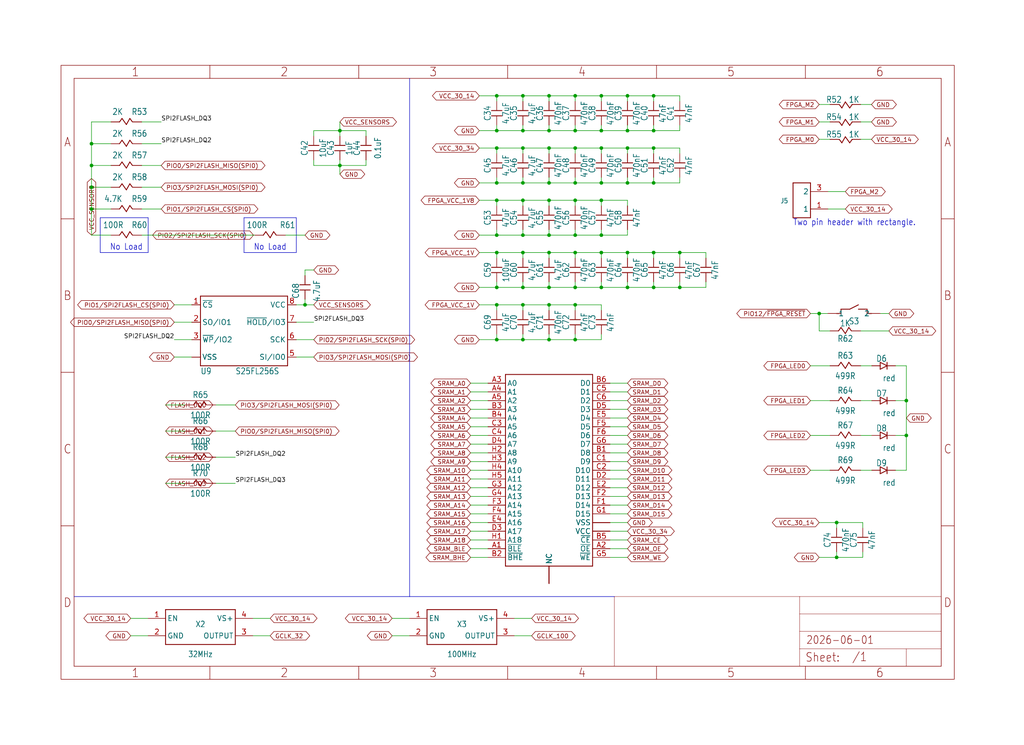
<source format=kicad_sch>
(kicad_sch (version 20250114) (generator "eeschema") (generator_version "9.0")
  (paper "User" 298.45 217.322)
  (text "No Load" (at 78.74 71.12 0) (effects (font (size 1.778 1.5113)) (justify top)))
  (text "Two pin header with rectangle." (at 231.14 66.04 0) (effects (font (size 1.778 1.5113)) (justify left bottom)))
  (text "No Load" (at 36.83 71.12 0) (effects (font (size 1.778 1.5113)) (justify top)))
  (junction (at 238.76 91.44))
  (junction (at 175.26 73.66))
  (junction (at 144.78 43.18))
  (junction (at 152.4 27.94))
  (junction (at 160.02 58.42))
  (junction (at 160.02 53.34))
  (junction (at 160.02 83.82))
  (junction (at 175.26 53.34))
  (junction (at 167.64 68.58))
  (junction (at 167.64 83.82))
  (junction (at 160.02 27.94))
  (junction (at 243.84 162.56))
  (junction (at 160.02 73.66))
  (junction (at 198.12 83.82))
  (junction (at 26.67 41.91))
  (junction (at 264.16 116.84))
  (junction (at 144.78 58.42))
  (junction (at 144.78 99.06))
  (junction (at 182.88 43.18))
  (junction (at 160.02 43.18))
  (junction (at 144.78 68.58))
  (junction (at 167.64 99.06))
  (junction (at 190.5 73.66))
  (junction (at 99.06 38.1))
  (junction (at 88.9 88.9))
  (junction (at 175.26 43.18))
  (junction (at 198.12 73.66))
  (junction (at 144.78 27.94))
  (junction (at 175.26 83.82))
  (junction (at 182.88 27.94))
  (junction (at 264.16 127))
  (junction (at 152.4 58.42))
  (junction (at 152.4 88.9))
  (junction (at 190.5 27.94))
  (junction (at 99.06 48.26))
  (junction (at 167.64 88.9))
  (junction (at 26.67 54.61))
  (junction (at 175.26 38.1))
  (junction (at 175.26 58.42))
  (junction (at 167.64 43.18))
  (junction (at 152.4 43.18))
  (junction (at 152.4 73.66))
  (junction (at 175.26 68.58))
  (junction (at 160.02 88.9))
  (junction (at 167.64 38.1))
  (junction (at 160.02 68.58))
  (junction (at 182.88 83.82))
  (junction (at 144.78 38.1))
  (junction (at 152.4 68.58))
  (junction (at 26.67 60.96))
  (junction (at 152.4 99.06))
  (junction (at 160.02 38.1))
  (junction (at 190.5 43.18))
  (junction (at 160.02 99.06))
  (junction (at 152.4 38.1))
  (junction (at 26.67 48.26))
  (junction (at 190.5 53.34))
  (junction (at 167.64 73.66))
  (junction (at 182.88 53.34))
  (junction (at 167.64 58.42))
  (junction (at 182.88 73.66))
  (junction (at 167.64 53.34))
  (junction (at 144.78 83.82))
  (junction (at 190.5 38.1))
  (junction (at 152.4 83.82))
  (junction (at 175.26 27.94))
  (junction (at 144.78 88.9))
  (junction (at 144.78 53.34))
  (junction (at 182.88 38.1))
  (junction (at 152.4 53.34))
  (junction (at 144.78 73.66))
  (junction (at 167.64 27.94))
  (junction (at 243.84 152.4))
  (junction (at 190.5 83.82))
  (wire (pts (xy 142.24 124.46) (xy 137.16 124.46)) (stroke (width 0.1524)))
  (wire (pts (xy 250.84 96.52) (xy 259.08 96.52)) (stroke (width 0.1524)))
  (wire (pts (xy 241.92 35.56) (xy 238.76 35.56)) (stroke (width 0.1524)))
  (wire (pts (xy 177.8 137.16) (xy 182.88 137.16)) (stroke (width 0.1524)))
  (polyline (pts (xy 71.12 63.5) (xy 71.12 73.66)) (stroke (width 0.1524) (type solid)))
  (wire (pts (xy 205.74 73.66) (xy 205.74 75.28)) (stroke (width 0.1524)))
  (wire (pts (xy 198.12 82.2) (xy 198.12 83.82)) (stroke (width 0.1524)))
  (wire (pts (xy 55.88 104.14) (xy 50.8 104.14)) (stroke (width 0.1524)))
  (wire (pts (xy 167.64 36.48) (xy 167.64 38.1)) (stroke (width 0.1524)))
  (wire (pts (xy 73.66 185.42) (xy 78.74 185.42)) (stroke (width 0.1524)))
  (wire (pts (xy 144.78 53.34) (xy 139.7 53.34)) (stroke (width 0.1524)))
  (polyline (pts (xy 43.18 73.66) (xy 43.18 63.5)) (stroke (width 0.1524) (type solid)))
  (wire (pts (xy 144.78 90.52) (xy 144.78 88.9)) (stroke (width 0.1524)))
  (wire (pts (xy 144.78 73.66) (xy 152.4 73.66)) (stroke (width 0.1524)))
  (wire (pts (xy 167.64 83.82) (xy 175.26 83.82)) (stroke (width 0.1524)))
  (wire (pts (xy 167.64 97.44) (xy 167.64 99.06)) (stroke (width 0.1524)))
  (wire (pts (xy 182.88 27.94) (xy 175.26 27.94)) (stroke (width 0.1524)))
  (wire (pts (xy 182.88 36.48) (xy 182.88 38.1)) (stroke (width 0.1524)))
  (wire (pts (xy 160.02 97.44) (xy 160.02 99.06)) (stroke (width 0.1524)))
  (wire (pts (xy 144.78 83.82) (xy 139.7 83.82)) (stroke (width 0.1524)))
  (wire (pts (xy 177.8 132.08) (xy 182.88 132.08)) (stroke (width 0.1524)))
  (wire (pts (xy 144.78 51.72) (xy 144.78 53.34)) (stroke (width 0.1524)))
  (polyline (pts (xy 86.36 63.5) (xy 71.12 63.5)) (stroke (width 0.1524) (type solid)))
  (wire (pts (xy 144.78 88.9) (xy 139.7 88.9)) (stroke (width 0.1524)))
  (wire (pts (xy 53.96 140.97) (xy 48.26 140.97)) (stroke (width 0.1524)))
  (wire (pts (xy 26.67 35.56) (xy 32.37 35.56)) (stroke (width 0.1524)))
  (wire (pts (xy 182.88 83.82) (xy 190.5 83.82)) (stroke (width 0.1524)))
  (wire (pts (xy 91.44 38.1) (xy 99.06 38.1)) (stroke (width 0.1524)))
  (wire (pts (xy 241.92 127) (xy 236.22 127)) (stroke (width 0.1524)))
  (wire (pts (xy 26.67 60.96) (xy 26.67 68.58)) (stroke (width 0.1524)))
  (wire (pts (xy 32.37 68.58) (xy 26.67 68.58)) (stroke (width 0.1524)))
  (wire (pts (xy 142.24 116.84) (xy 137.16 116.84)) (stroke (width 0.1524)))
  (wire (pts (xy 177.8 121.92) (xy 182.88 121.92)) (stroke (width 0.1524)))
  (wire (pts (xy 175.26 60.04) (xy 175.26 58.42)) (stroke (width 0.1524)))
  (wire (pts (xy 152.4 60.04) (xy 152.4 58.42)) (stroke (width 0.1524)))
  (wire (pts (xy 167.64 68.58) (xy 160.02 68.58)) (stroke (width 0.1524)))
  (wire (pts (xy 99.06 38.1) (xy 106.68 38.1)) (stroke (width 0.1524)))
  (wire (pts (xy 167.64 60.04) (xy 167.64 58.42)) (stroke (width 0.1524)))
  (wire (pts (xy 142.24 114.3) (xy 137.16 114.3)) (stroke (width 0.1524)))
  (wire (pts (xy 41.29 60.96) (xy 46.99 60.96)) (stroke (width 0.1524)))
  (wire (pts (xy 142.24 137.16) (xy 137.16 137.16)) (stroke (width 0.1524)))
  (wire (pts (xy 142.24 162.56) (xy 137.16 162.56)) (stroke (width 0.1524)))
  (wire (pts (xy 190.5 73.66) (xy 198.12 73.66)) (stroke (width 0.1524)))
  (wire (pts (xy 182.88 149.86) (xy 177.8 149.86)) (stroke (width 0.1524)))
  (wire (pts (xy 175.26 88.9) (xy 175.26 90.52)) (stroke (width 0.1524)))
  (wire (pts (xy 175.26 27.94) (xy 167.64 27.94)) (stroke (width 0.1524)))
  (wire (pts (xy 152.4 75.28) (xy 152.4 73.66)) (stroke (width 0.1524)))
  (wire (pts (xy 167.64 43.18) (xy 175.26 43.18)) (stroke (width 0.1524)))
  (polyline (pts (xy 179.07 173.99) (xy 119.38 173.99)) (stroke (width 0.1524) (type solid)))
  (wire (pts (xy 177.8 147.32) (xy 182.88 147.32)) (stroke (width 0.1524)))
  (wire (pts (xy 26.67 54.61) (xy 26.67 48.26)) (stroke (width 0.1524)))
  (wire (pts (xy 41.29 68.58) (xy 74.28 68.58)) (stroke (width 0.1524)))
  (wire (pts (xy 190.5 53.34) (xy 198.12 53.34)) (stroke (width 0.1524)))
  (wire (pts (xy 175.26 66.96) (xy 175.26 68.58)) (stroke (width 0.1524)))
  (wire (pts (xy 190.5 36.48) (xy 190.5 38.1)) (stroke (width 0.1524)))
  (wire (pts (xy 241.92 96.52) (xy 238.76 96.52)) (stroke (width 0.1524)))
  (wire (pts (xy 198.12 29.56) (xy 198.12 27.94)) (stroke (width 0.1524)))
  (wire (pts (xy 190.5 83.82) (xy 198.12 83.82)) (stroke (width 0.1524)))
  (wire (pts (xy 175.26 83.82) (xy 182.88 83.82)) (stroke (width 0.1524)))
  (wire (pts (xy 142.24 149.86) (xy 137.16 149.86)) (stroke (width 0.1524)))
  (wire (pts (xy 190.5 43.18) (xy 198.12 43.18)) (stroke (width 0.1524)))
  (wire (pts (xy 152.4 73.66) (xy 160.02 73.66)) (stroke (width 0.1524)))
  (wire (pts (xy 160.02 51.72) (xy 160.02 53.34)) (stroke (width 0.1524)))
  (wire (pts (xy 182.88 53.34) (xy 190.5 53.34)) (stroke (width 0.1524)))
  (wire (pts (xy 142.24 154.94) (xy 137.16 154.94)) (stroke (width 0.1524)))
  (wire (pts (xy 190.5 51.72) (xy 190.5 53.34)) (stroke (width 0.1524)))
  (wire (pts (xy 144.78 60.04) (xy 144.78 58.42)) (stroke (width 0.1524)))
  (wire (pts (xy 152.4 97.44) (xy 152.4 99.06)) (stroke (width 0.1524)))
  (wire (pts (xy 144.78 38.1) (xy 152.4 38.1)) (stroke (width 0.1524)))
  (wire (pts (xy 190.5 38.1) (xy 198.12 38.1)) (stroke (width 0.1524)))
  (wire (pts (xy 41.29 41.91) (xy 46.99 41.91)) (stroke (width 0.1524)))
  (wire (pts (xy 167.64 44.8) (xy 167.64 43.18)) (stroke (width 0.1524)))
  (wire (pts (xy 160.02 66.96) (xy 160.02 68.58)) (stroke (width 0.1524)))
  (wire (pts (xy 152.4 99.06) (xy 160.02 99.06)) (stroke (width 0.1524)))
  (wire (pts (xy 261 127) (xy 264.16 127)) (stroke (width 0.1524)))
  (wire (pts (xy 190.5 29.56) (xy 190.5 27.94)) (stroke (width 0.1524)))
  (wire (pts (xy 241.92 106.68) (xy 236.22 106.68)) (stroke (width 0.1524)))
  (wire (pts (xy 160.02 27.94) (xy 152.4 27.94)) (stroke (width 0.1524)))
  (wire (pts (xy 142.24 147.32) (xy 137.16 147.32)) (stroke (width 0.1524)))
  (wire (pts (xy 144.78 97.44) (xy 144.78 99.06)) (stroke (width 0.1524)))
  (wire (pts (xy 261 137.16) (xy 264.16 137.16)) (stroke (width 0.1524)))
  (wire (pts (xy 175.26 38.1) (xy 182.88 38.1)) (stroke (width 0.1524)))
  (wire (pts (xy 41.29 54.61) (xy 46.99 54.61)) (stroke (width 0.1524)))
  (wire (pts (xy 53.96 118.11) (xy 48.26 118.11)) (stroke (width 0.1524)))
  (wire (pts (xy 177.8 116.84) (xy 182.88 116.84)) (stroke (width 0.1524)))
  (wire (pts (xy 142.24 127) (xy 137.16 127)) (stroke (width 0.1524)))
  (wire (pts (xy 177.8 124.46) (xy 182.88 124.46)) (stroke (width 0.1524)))
  (wire (pts (xy 26.67 48.26) (xy 26.67 41.91)) (stroke (width 0.1524)))
  (wire (pts (xy 190.5 27.94) (xy 182.88 27.94)) (stroke (width 0.1524)))
  (wire (pts (xy 106.68 38.1) (xy 106.68 39.72)) (stroke (width 0.1524)))
  (wire (pts (xy 152.4 68.58) (xy 144.78 68.58)) (stroke (width 0.1524)))
  (wire (pts (xy 88.9 78.74) (xy 91.44 78.74)) (stroke (width 0.1524)))
  (wire (pts (xy 86.36 104.14) (xy 91.44 104.14)) (stroke (width 0.1524)))
  (wire (pts (xy 198.12 38.1) (xy 198.12 36.48)) (stroke (width 0.1524)))
  (wire (pts (xy 144.78 99.06) (xy 152.4 99.06)) (stroke (width 0.1524)))
  (wire (pts (xy 241.92 40.64) (xy 238.76 40.64)) (stroke (width 0.1524)))
  (wire (pts (xy 175.26 68.58) (xy 167.64 68.58)) (stroke (width 0.1524)))
  (wire (pts (xy 241.92 30.48) (xy 238.76 30.48)) (stroke (width 0.1524)))
  (wire (pts (xy 86.36 99.06) (xy 91.44 99.06)) (stroke (width 0.1524)))
  (wire (pts (xy 152.4 82.2) (xy 152.4 83.82)) (stroke (width 0.1524)))
  (wire (pts (xy 241.92 116.84) (xy 236.22 116.84)) (stroke (width 0.1524)))
  (wire (pts (xy 144.78 68.58) (xy 144.78 66.96)) (stroke (width 0.1524)))
  (wire (pts (xy 182.88 66.96) (xy 182.88 68.58)) (stroke (width 0.1524)))
  (wire (pts (xy 53.96 133.35) (xy 48.26 133.35)) (stroke (width 0.1524)))
  (wire (pts (xy 152.4 29.56) (xy 152.4 27.94)) (stroke (width 0.1524)))
  (wire (pts (xy 144.78 36.48) (xy 144.78 38.1)) (stroke (width 0.1524)))
  (wire (pts (xy 144.78 53.34) (xy 152.4 53.34)) (stroke (width 0.1524)))
  (wire (pts (xy 83.2 68.58) (xy 88.9 68.58)) (stroke (width 0.1524)))
  (wire (pts (xy 144.78 83.82) (xy 152.4 83.82)) (stroke (width 0.1524)))
  (wire (pts (xy 198.12 53.34) (xy 198.12 51.72)) (stroke (width 0.1524)))
  (wire (pts (xy 32.37 60.96) (xy 26.67 60.96)) (stroke (width 0.1524)))
  (wire (pts (xy 175.26 73.66) (xy 182.88 73.66)) (stroke (width 0.1524)))
  (wire (pts (xy 175.26 53.34) (xy 182.88 53.34)) (stroke (width 0.1524)))
  (wire (pts (xy 152.4 88.9) (xy 160.02 88.9)) (stroke (width 0.1524)))
  (wire (pts (xy 205.74 83.82) (xy 205.74 82.2)) (stroke (width 0.1524)))
  (wire (pts (xy 144.78 27.94) (xy 139.7 27.94)) (stroke (width 0.1524)))
  (wire (pts (xy 250.84 35.56) (xy 254 35.56)) (stroke (width 0.1524)))
  (wire (pts (xy 238.76 96.52) (xy 238.76 91.44)) (stroke (width 0.1524)))
  (wire (pts (xy 160.02 75.28) (xy 160.02 73.66)) (stroke (width 0.1524)))
  (wire (pts (xy 142.24 119.38) (xy 137.16 119.38)) (stroke (width 0.1524)))
  (polyline (pts (xy 119.38 173.99) (xy 21.59 173.99)) (stroke (width 0.1524) (type solid)))
  (wire (pts (xy 160.02 38.1) (xy 167.64 38.1)) (stroke (width 0.1524)))
  (wire (pts (xy 160.02 90.52) (xy 160.02 88.9)) (stroke (width 0.1524)))
  (wire (pts (xy 62.88 140.97) (xy 68.58 140.97)) (stroke (width 0.1524)))
  (wire (pts (xy 175.26 58.42) (xy 182.88 58.42)) (stroke (width 0.1524)))
  (wire (pts (xy 32.37 54.61) (xy 26.67 54.61)) (stroke (width 0.1524)))
  (wire (pts (xy 32.37 41.91) (xy 26.67 41.91)) (stroke (width 0.1524)))
  (wire (pts (xy 264.16 137.16) (xy 264.16 127)) (stroke (width 0.1524)))
  (wire (pts (xy 144.78 27.94) (xy 144.78 29.56)) (stroke (width 0.1524)))
  (wire (pts (xy 142.24 144.78) (xy 137.16 144.78)) (stroke (width 0.1524)))
  (wire (pts (xy 142.24 139.7) (xy 137.16 139.7)) (stroke (width 0.1524)))
  (wire (pts (xy 142.24 157.48) (xy 137.16 157.48)) (stroke (width 0.1524)))
  (wire (pts (xy 152.4 83.82) (xy 160.02 83.82)) (stroke (width 0.1524)))
  (wire (pts (xy 149.86 180.34) (xy 154.94 180.34)) (stroke (width 0.1524)))
  (wire (pts (xy 167.64 66.96) (xy 167.64 68.58)) (stroke (width 0.1524)))
  (wire (pts (xy 144.78 73.66) (xy 139.7 73.66)) (stroke (width 0.1524)))
  (wire (pts (xy 251.46 152.4) (xy 243.84 152.4)) (stroke (width 0.1524)))
  (wire (pts (xy 106.68 46.64) (xy 106.68 48.26)) (stroke (width 0.1524)))
  (wire (pts (xy 43.18 185.42) (xy 38.1 185.42)) (stroke (width 0.1524)))
  (wire (pts (xy 236.22 91.44) (xy 238.76 91.44)) (stroke (width 0.1524)))
  (wire (pts (xy 175.26 75.28) (xy 175.26 73.66)) (stroke (width 0.1524)))
  (wire (pts (xy 62.88 118.11) (xy 68.58 118.11)) (stroke (width 0.1524)))
  (wire (pts (xy 144.78 43.18) (xy 152.4 43.18)) (stroke (width 0.1524)))
  (wire (pts (xy 167.64 99.06) (xy 175.26 99.06)) (stroke (width 0.1524)))
  (wire (pts (xy 142.24 111.76) (xy 137.16 111.76)) (stroke (width 0.1524)))
  (wire (pts (xy 160.02 88.9) (xy 167.64 88.9)) (stroke (width 0.1524)))
  (wire (pts (xy 41.29 48.26) (xy 46.99 48.26)) (stroke (width 0.1524)))
  (wire (pts (xy 177.8 152.4) (xy 182.88 152.4)) (stroke (width 0.1524)))
  (wire (pts (xy 160.02 53.34) (xy 167.64 53.34)) (stroke (width 0.1524)))
  (wire (pts (xy 43.18 180.34) (xy 38.1 180.34)) (stroke (width 0.1524)))
  (wire (pts (xy 190.5 75.28) (xy 190.5 73.66)) (stroke (width 0.1524)))
  (wire (pts (xy 182.88 29.56) (xy 182.88 27.94)) (stroke (width 0.1524)))
  (wire (pts (xy 144.78 38.1) (xy 139.7 38.1)) (stroke (width 0.1524)))
  (wire (pts (xy 177.8 160.02) (xy 182.88 160.02)) (stroke (width 0.1524)))
  (wire (pts (xy 251.46 154.02) (xy 251.46 152.4)) (stroke (width 0.1524)))
  (wire (pts (xy 160.02 43.18) (xy 167.64 43.18)) (stroke (width 0.1524)))
  (wire (pts (xy 177.8 144.78) (xy 182.88 144.78)) (stroke (width 0.1524)))
  (wire (pts (xy 119.38 185.42) (xy 114.3 185.42)) (stroke (width 0.1524)))
  (wire (pts (xy 119.38 180.34) (xy 114.3 180.34)) (stroke (width 0.1524)))
  (wire (pts (xy 167.64 29.56) (xy 167.64 27.94)) (stroke (width 0.1524)))
  (wire (pts (xy 160.02 83.82) (xy 167.64 83.82)) (stroke (width 0.1524)))
  (wire (pts (xy 160.02 60.04) (xy 160.02 58.42)) (stroke (width 0.1524)))
  (wire (pts (xy 142.24 134.62) (xy 137.16 134.62)) (stroke (width 0.1524)))
  (wire (pts (xy 175.26 99.06) (xy 175.26 97.44)) (stroke (width 0.1524)))
  (wire (pts (xy 251.46 162.56) (xy 251.46 160.94)) (stroke (width 0.1524)))
  (wire (pts (xy 144.78 43.18) (xy 139.7 43.18)) (stroke (width 0.1524)))
  (wire (pts (xy 41.29 35.56) (xy 46.99 35.56)) (stroke (width 0.1524)))
  (wire (pts (xy 177.8 119.38) (xy 182.88 119.38)) (stroke (width 0.1524)))
  (wire (pts (xy 152.4 43.18) (xy 160.02 43.18)) (stroke (width 0.1524)))
  (wire (pts (xy 152.4 38.1) (xy 160.02 38.1)) (stroke (width 0.1524)))
  (wire (pts (xy 167.64 27.94) (xy 160.02 27.94)) (stroke (width 0.1524)))
  (wire (pts (xy 175.26 43.18) (xy 182.88 43.18)) (stroke (width 0.1524)))
  (wire (pts (xy 167.64 53.34) (xy 175.26 53.34)) (stroke (width 0.1524)))
  (wire (pts (xy 167.64 75.28) (xy 167.64 73.66)) (stroke (width 0.1524)))
  (wire (pts (xy 160.02 36.48) (xy 160.02 38.1)) (stroke (width 0.1524)))
  (wire (pts (xy 241.3 60.96) (xy 246.38 60.96)) (stroke (width 0.1524)))
  (wire (pts (xy 254.08 137.16) (xy 250.84 137.16)) (stroke (width 0.1524)))
  (wire (pts (xy 177.8 157.48) (xy 182.88 157.48)) (stroke (width 0.1524)))
  (wire (pts (xy 250.84 30.48) (xy 254 30.48)) (stroke (width 0.1524)))
  (wire (pts (xy 198.12 83.82) (xy 205.74 83.82)) (stroke (width 0.1524)))
  (wire (pts (xy 182.88 44.8) (xy 182.88 43.18)) (stroke (width 0.1524)))
  (wire (pts (xy 91.44 48.26) (xy 99.06 48.26)) (stroke (width 0.1524)))
  (wire (pts (xy 175.26 44.8) (xy 175.26 43.18)) (stroke (width 0.1524)))
  (wire (pts (xy 144.78 75.28) (xy 144.78 73.66)) (stroke (width 0.1524)))
  (wire (pts (xy 243.84 152.4) (xy 243.84 154.02)) (stroke (width 0.1524)))
  (wire (pts (xy 160.02 99.06) (xy 167.64 99.06)) (stroke (width 0.1524)))
  (wire (pts (xy 182.88 75.28) (xy 182.88 73.66)) (stroke (width 0.1524)))
  (wire (pts (xy 55.88 88.9) (xy 50.8 88.9)) (stroke (width 0.1524)))
  (wire (pts (xy 142.24 160.02) (xy 137.16 160.02)) (stroke (width 0.1524)))
  (wire (pts (xy 259.08 91.44) (xy 256.54 91.44)) (stroke (width 0.1524)))
  (wire (pts (xy 160.02 82.2) (xy 160.02 83.82)) (stroke (width 0.1524)))
  (wire (pts (xy 152.4 53.34) (xy 160.02 53.34)) (stroke (width 0.1524)))
  (polyline (pts (xy 119.38 173.99) (xy 119.38 22.86)) (stroke (width 0.1524) (type solid)))
  (wire (pts (xy 182.88 58.42) (xy 182.88 60.04)) (stroke (width 0.1524)))
  (wire (pts (xy 198.12 75.28) (xy 198.12 73.66)) (stroke (width 0.1524)))
  (polyline (pts (xy 29.21 63.5) (xy 29.21 73.66)) (stroke (width 0.1524) (type solid)))
  (wire (pts (xy 167.64 88.9) (xy 175.26 88.9)) (stroke (width 0.1524)))
  (wire (pts (xy 177.8 129.54) (xy 182.88 129.54)) (stroke (width 0.1524)))
  (wire (pts (xy 175.26 29.56) (xy 175.26 27.94)) (stroke (width 0.1524)))
  (wire (pts (xy 182.88 73.66) (xy 190.5 73.66)) (stroke (width 0.1524)))
  (wire (pts (xy 142.24 132.08) (xy 137.16 132.08)) (stroke (width 0.1524)))
  (wire (pts (xy 88.9 80.36) (xy 88.9 78.74)) (stroke (width 0.1524)))
  (wire (pts (xy 99.06 48.26) (xy 99.06 50.8)) (stroke (width 0.1524)))
  (wire (pts (xy 88.9 87.28) (xy 88.9 88.9)) (stroke (width 0.1524)))
  (wire (pts (xy 198.12 73.66) (xy 205.74 73.66)) (stroke (width 0.1524)))
  (wire (pts (xy 144.78 58.42) (xy 152.4 58.42)) (stroke (width 0.1524)))
  (wire (pts (xy 152.4 27.94) (xy 144.78 27.94)) (stroke (width 0.1524)))
  (wire (pts (xy 254.08 127) (xy 250.84 127)) (stroke (width 0.1524)))
  (wire (pts (xy 144.78 58.42) (xy 139.7 58.42)) (stroke (width 0.1524)))
  (wire (pts (xy 167.64 90.52) (xy 167.64 88.9)) (stroke (width 0.1524)))
  (wire (pts (xy 241.92 137.16) (xy 236.22 137.16)) (stroke (width 0.1524)))
  (wire (pts (xy 198.12 43.18) (xy 198.12 44.8)) (stroke (width 0.1524)))
  (wire (pts (xy 175.26 36.48) (xy 175.26 38.1)) (stroke (width 0.1524)))
  (wire (pts (xy 152.4 51.72) (xy 152.4 53.34)) (stroke (width 0.1524)))
  (wire (pts (xy 88.9 88.9) (xy 91.44 88.9)) (stroke (width 0.1524)))
  (wire (pts (xy 144.78 82.2) (xy 144.78 83.82)) (stroke (width 0.1524)))
  (wire (pts (xy 177.8 134.62) (xy 182.88 134.62)) (stroke (width 0.1524)))
  (wire (pts (xy 182.88 38.1) (xy 190.5 38.1)) (stroke (width 0.1524)))
  (polyline (pts (xy 86.36 73.66) (xy 86.36 63.5)) (stroke (width 0.1524) (type solid)))
  (wire (pts (xy 152.4 58.42) (xy 160.02 58.42)) (stroke (width 0.1524)))
  (wire (pts (xy 177.8 114.3) (xy 182.88 114.3)) (stroke (width 0.1524)))
  (wire (pts (xy 32.37 48.26) (xy 26.67 48.26)) (stroke (width 0.1524)))
  (wire (pts (xy 238.76 91.44) (xy 241.3 91.44)) (stroke (width 0.1524)))
  (wire (pts (xy 142.24 121.92) (xy 137.16 121.92)) (stroke (width 0.1524)))
  (wire (pts (xy 142.24 142.24) (xy 137.16 142.24)) (stroke (width 0.1524)))
  (polyline (pts (xy 71.12 73.66) (xy 86.36 73.66)) (stroke (width 0.1524) (type solid)))
  (wire (pts (xy 142.24 152.4) (xy 137.16 152.4)) (stroke (width 0.1524)))
  (wire (pts (xy 250.84 40.64) (xy 254 40.64)) (stroke (width 0.1524)))
  (wire (pts (xy 160.02 58.42) (xy 167.64 58.42)) (stroke (width 0.1524)))
  (wire (pts (xy 160.02 73.66) (xy 167.64 73.66)) (stroke (width 0.1524)))
  (wire (pts (xy 160.02 29.56) (xy 160.02 27.94)) (stroke (width 0.1524)))
  (wire (pts (xy 177.8 111.76) (xy 182.88 111.76)) (stroke (width 0.1524)))
  (wire (pts (xy 198.12 27.94) (xy 190.5 27.94)) (stroke (width 0.1524)))
  (wire (pts (xy 241.3 55.88) (xy 246.38 55.88)) (stroke (width 0.1524)))
  (wire (pts (xy 190.5 44.8) (xy 190.5 43.18)) (stroke (width 0.1524)))
  (wire (pts (xy 152.4 66.96) (xy 152.4 68.58)) (stroke (width 0.1524)))
  (wire (pts (xy 264.16 106.68) (xy 261 106.68)) (stroke (width 0.1524)))
  (wire (pts (xy 175.26 82.2) (xy 175.26 83.82)) (stroke (width 0.1524)))
  (wire (pts (xy 175.26 51.72) (xy 175.26 53.34)) (stroke (width 0.1524)))
  (wire (pts (xy 55.88 93.98) (xy 50.8 93.98)) (stroke (width 0.1524)))
  (wire (pts (xy 144.78 68.58) (xy 139.7 68.58)) (stroke (width 0.1524)))
  (wire (pts (xy 177.8 139.7) (xy 182.88 139.7)) (stroke (width 0.1524)))
  (wire (pts (xy 86.36 93.98) (xy 91.44 93.98)) (stroke (width 0.1524)))
  (wire (pts (xy 190.5 82.2) (xy 190.5 83.82)) (stroke (width 0.1524)))
  (wire (pts (xy 62.88 125.73) (xy 68.58 125.73)) (stroke (width 0.1524)))
  (wire (pts (xy 152.4 36.48) (xy 152.4 38.1)) (stroke (width 0.1524)))
  (wire (pts (xy 182.88 51.72) (xy 182.88 53.34)) (stroke (width 0.1524)))
  (wire (pts (xy 264.16 116.84) (xy 264.16 106.68)) (stroke (width 0.1524)))
  (wire (pts (xy 144.78 88.9) (xy 152.4 88.9)) (stroke (width 0.1524)))
  (wire (pts (xy 86.36 88.9) (xy 88.9 88.9)) (stroke (width 0.1524)))
  (wire (pts (xy 99.06 38.1) (xy 99.06 35.56)) (stroke (width 0.1524)))
  (wire (pts (xy 243.84 162.56) (xy 238.76 162.56)) (stroke (width 0.1524)))
  (polyline (pts (xy 43.18 63.5) (xy 29.21 63.5)) (stroke (width 0.1524) (type solid)))
  (wire (pts (xy 167.64 51.72) (xy 167.64 53.34)) (stroke (width 0.1524)))
  (wire (pts (xy 106.68 48.26) (xy 99.06 48.26)) (stroke (width 0.1524)))
  (wire (pts (xy 261 116.84) (xy 264.16 116.84)) (stroke (width 0.1524)))
  (wire (pts (xy 177.8 162.56) (xy 182.88 162.56)) (stroke (width 0.1524)))
  (wire (pts (xy 254.08 106.68) (xy 250.84 106.68)) (stroke (width 0.1524)))
  (wire (pts (xy 152.4 44.8) (xy 152.4 43.18)) (stroke (width 0.1524)))
  (wire (pts (xy 91.44 39.72) (xy 91.44 38.1)) (stroke (width 0.1524)))
  (wire (pts (xy 182.88 82.2) (xy 182.88 83.82)) (stroke (width 0.1524)))
  (wire (pts (xy 167.64 73.66) (xy 175.26 73.66)) (stroke (width 0.1524)))
  (wire (pts (xy 53.96 125.73) (xy 48.26 125.73)) (stroke (width 0.1524)))
  (wire (pts (xy 149.86 185.42) (xy 154.94 185.42)) (stroke (width 0.1524)))
  (wire (pts (xy 264.16 127) (xy 264.16 116.84)) (stroke (width 0.1524)))
  (wire (pts (xy 99.06 46.64) (xy 99.06 48.26)) (stroke (width 0.1524)))
  (wire (pts (xy 243.84 160.94) (xy 243.84 162.56)) (stroke (width 0.1524)))
  (wire (pts (xy 142.24 129.54) (xy 137.16 129.54)) (stroke (width 0.1524)))
  (wire (pts (xy 167.64 82.2) (xy 167.64 83.82)) (stroke (width 0.1524)))
  (wire (pts (xy 152.4 90.52) (xy 152.4 88.9)) (stroke (width 0.1524)))
  (wire (pts (xy 182.88 43.18) (xy 190.5 43.18)) (stroke (width 0.1524)))
  (polyline (pts (xy 29.21 73.66) (xy 43.18 73.66)) (stroke (width 0.1524) (type solid)))
  (wire (pts (xy 73.66 180.34) (xy 78.74 180.34)) (stroke (width 0.1524)))
  (wire (pts (xy 99.06 39.72) (xy 99.06 38.1)) (stroke (width 0.1524)))
  (wire (pts (xy 167.64 58.42) (xy 175.26 58.42)) (stroke (width 0.1524)))
  (wire (pts (xy 55.88 99.06) (xy 50.8 99.06)) (stroke (width 0.1524)))
  (wire (pts (xy 160.02 68.58) (xy 152.4 68.58)) (stroke (width 0.1524)))
  (wire (pts (xy 167.64 38.1) (xy 175.26 38.1)) (stroke (width 0.1524)))
  (wire (pts (xy 243.84 152.4) (xy 238.76 152.4)) (stroke (width 0.1524)))
  (wire (pts (xy 177.8 142.24) (xy 182.88 142.24)) (stroke (width 0.1524)))
  (wire (pts (xy 254.08 116.84) (xy 250.84 116.84)) (stroke (width 0.1524)))
  (wire (pts (xy 26.67 41.91) (xy 26.67 35.56)) (stroke (width 0.1524)))
  (wire (pts (xy 26.67 60.96) (xy 26.67 54.61)) (stroke (width 0.1524)))
  (wire (pts (xy 91.44 46.64) (xy 91.44 48.26)) (stroke (width 0.1524)))
  (wire (pts (xy 182.88 68.58) (xy 175.26 68.58)) (stroke (width 0.1524)))
  (wire (pts (xy 62.88 133.35) (xy 68.58 133.35)) (stroke (width 0.1524)))
  (wire (pts (xy 177.8 154.94) (xy 182.88 154.94)) (stroke (width 0.1524)))
  (wire (pts (xy 144.78 99.06) (xy 139.7 99.06)) (stroke (width 0.1524)))
  (wire (pts (xy 144.78 44.8) (xy 144.78 43.18)) (stroke (width 0.1524)))
  (wire (pts (xy 177.8 127) (xy 182.88 127)) (stroke (width 0.1524)))
  (wire (pts (xy 243.84 162.56) (xy 251.46 162.56)) (stroke (width 0.1524)))
  (wire (pts (xy 160.02 44.8) (xy 160.02 43.18)) (stroke (width 0.1524)))
  (label "SPI2FLASH_DQ3" (at 46.99 35.56 0) (effects (font (size 1.2446 1.2446))))
  (label "SPI2FLASH_DQ3" (at 91.44 93.98 0) (effects (font (size 1.2446 1.2446))))
  (label "SPI2FLASH_DQ2" (at 68.58 133.35 0) (effects (font (size 1.2446 1.2446))))
  (label "SPI2FLASH_DQ3" (at 68.58 140.97 0) (effects (font (size 1.2446 1.2446))))
  (label "SPI2FLASH_DQ2" (at 50.8 99.06 180) (effects (font (size 1.2446 1.2446))))
  (label "SPI2FLASH_DQ2" (at 46.99 41.91 0) (effects (font (size 1.2446 1.2446))))
  (global_label "PIO0/SPI2FLASH_MISO(SPI0)" (shape bidirectional) (at 68.58 125.73 0) (effects (font (size 1.2446 1.2446))) (property "Intersheetrefs" "${INTERSHEET_REFS}" (effects (hide yes))))
  (global_label "SRAM_D5" (shape bidirectional) (at 182.88 124.46 0) (effects (font (size 1.2446 1.2446))) (property "Intersheetrefs" "${INTERSHEET_REFS}" (effects (hide yes))))
  (global_label "VCC_30_14" (shape bidirectional) (at 139.7 27.94 180) (effects (font (size 1.2446 1.2446))) (property "Intersheetrefs" "${INTERSHEET_REFS}" (effects (hide yes))))
  (global_label "SRAM_D9" (shape bidirectional) (at 182.88 134.62 0) (effects (font (size 1.2446 1.2446))) (property "Intersheetrefs" "${INTERSHEET_REFS}" (effects (hide yes))))
  (global_label "SRAM_CE" (shape bidirectional) (at 182.88 157.48 0) (effects (font (size 1.2446 1.2446))) (property "Intersheetrefs" "${INTERSHEET_REFS}" (effects (hide yes))))
  (global_label "SRAM_A0" (shape bidirectional) (at 137.16 111.76 180) (effects (font (size 1.2446 1.2446))) (property "Intersheetrefs" "${INTERSHEET_REFS}" (effects (hide yes))))
  (global_label "FPGA_LED3" (shape bidirectional) (at 236.22 137.16 180) (effects (font (size 1.2446 1.2446))) (property "Intersheetrefs" "${INTERSHEET_REFS}" (effects (hide yes))))
  (global_label "GND" (shape bidirectional) (at 139.7 99.06 180) (effects (font (size 1.2446 1.2446))) (property "Intersheetrefs" "${INTERSHEET_REFS}" (effects (hide yes))))
  (global_label "SRAM_A15" (shape bidirectional) (at 137.16 149.86 180) (effects (font (size 1.2446 1.2446))) (property "Intersheetrefs" "${INTERSHEET_REFS}" (effects (hide yes))))
  (global_label "PIO1/SPI2FLASH_CS(SPI0)" (shape bidirectional) (at 50.8 88.9 180) (effects (font (size 1.2446 1.2446))) (property "Intersheetrefs" "${INTERSHEET_REFS}" (effects (hide yes))))
  (global_label "SRAM_D3" (shape bidirectional) (at 182.88 119.38 0) (effects (font (size 1.2446 1.2446))) (property "Intersheetrefs" "${INTERSHEET_REFS}" (effects (hide yes))))
  (global_label "VCC_SENSORS" (shape bidirectional) (at 99.06 35.56 0) (effects (font (size 1.2446 1.2446))) (property "Intersheetrefs" "${INTERSHEET_REFS}" (effects (hide yes))))
  (global_label "SRAM_D7" (shape bidirectional) (at 182.88 129.54 0) (effects (font (size 1.2446 1.2446))) (property "Intersheetrefs" "${INTERSHEET_REFS}" (effects (hide yes))))
  (global_label "SRAM_A13" (shape bidirectional) (at 137.16 144.78 180) (effects (font (size 1.2446 1.2446))) (property "Intersheetrefs" "${INTERSHEET_REFS}" (effects (hide yes))))
  (global_label "FPGA_LED2" (shape bidirectional) (at 236.22 127 180) (effects (font (size 1.2446 1.2446))) (property "Intersheetrefs" "${INTERSHEET_REFS}" (effects (hide yes))))
  (global_label "PIO3/SPI2FLASH_MOSI(SPI0)" (shape bidirectional) (at 68.58 118.11 0) (effects (font (size 1.2446 1.2446))) (property "Intersheetrefs" "${INTERSHEET_REFS}" (effects (hide yes))))
  (global_label "FPGA_VCC_1V8" (shape bidirectional) (at 139.7 58.42 180) (effects (font (size 1.2446 1.2446))) (property "Intersheetrefs" "${INTERSHEET_REFS}" (effects (hide yes))))
  (global_label "SRAM_A6" (shape bidirectional) (at 137.16 127 180) (effects (font (size 1.2446 1.2446))) (property "Intersheetrefs" "${INTERSHEET_REFS}" (effects (hide yes))))
  (global_label "GND" (shape bidirectional) (at 139.7 38.1 180) (effects (font (size 1.2446 1.2446))) (property "Intersheetrefs" "${INTERSHEET_REFS}" (effects (hide yes))))
  (global_label "SRAM_OE" (shape bidirectional) (at 182.88 160.02 0) (effects (font (size 1.2446 1.2446))) (property "Intersheetrefs" "${INTERSHEET_REFS}" (effects (hide yes))))
  (global_label "GND" (shape bidirectional) (at 264.16 121.92 0) (effects (font (size 1.2446 1.2446))) (property "Intersheetrefs" "${INTERSHEET_REFS}" (effects (hide yes))))
  (global_label "SRAM_A17" (shape bidirectional) (at 137.16 154.94 180) (effects (font (size 1.2446 1.2446))) (property "Intersheetrefs" "${INTERSHEET_REFS}" (effects (hide yes))))
  (global_label "GND" (shape bidirectional) (at 91.44 78.74 0) (effects (font (size 1.2446 1.2446))) (property "Intersheetrefs" "${INTERSHEET_REFS}" (effects (hide yes))))
  (global_label "PIO12/~{FPGA_RESET}" (shape bidirectional) (at 236.22 91.44 180) (effects (font (size 1.2446 1.2446))) (property "Intersheetrefs" "${INTERSHEET_REFS}" (effects (hide yes))))
  (global_label "SRAM_D12" (shape bidirectional) (at 182.88 142.24 0) (effects (font (size 1.2446 1.2446))) (property "Intersheetrefs" "${INTERSHEET_REFS}" (effects (hide yes))))
  (global_label "SRAM_A9" (shape bidirectional) (at 137.16 134.62 180) (effects (font (size 1.2446 1.2446))) (property "Intersheetrefs" "${INTERSHEET_REFS}" (effects (hide yes))))
  (global_label "VCC_30_14" (shape bidirectional) (at 259.08 96.52 0) (effects (font (size 1.2446 1.2446))) (property "Intersheetrefs" "${INTERSHEET_REFS}" (effects (hide yes))))
  (global_label "VCC_30_14" (shape bidirectional) (at 154.94 180.34 0) (effects (font (size 1.2446 1.2446))) (property "Intersheetrefs" "${INTERSHEET_REFS}" (effects (hide yes))))
  (global_label "GND" (shape bidirectional) (at 259.08 91.44 0) (effects (font (size 1.2446 1.2446))) (property "Intersheetrefs" "${INTERSHEET_REFS}" (effects (hide yes))))
  (global_label "SRAM_D15" (shape bidirectional) (at 182.88 149.86 0) (effects (font (size 1.2446 1.2446))) (property "Intersheetrefs" "${INTERSHEET_REFS}" (effects (hide yes))))
  (global_label "VCC_30_14" (shape bidirectional) (at 246.38 60.96 0) (effects (font (size 1.2446 1.2446))) (property "Intersheetrefs" "${INTERSHEET_REFS}" (effects (hide yes))))
  (global_label "VCC_30_14" (shape bidirectional) (at 78.74 180.34 0) (effects (font (size 1.2446 1.2446))) (property "Intersheetrefs" "${INTERSHEET_REFS}" (effects (hide yes))))
  (global_label "GND" (shape bidirectional) (at 114.3 185.42 180) (effects (font (size 1.2446 1.2446))) (property "Intersheetrefs" "${INTERSHEET_REFS}" (effects (hide yes))))
  (global_label "PIO3/SPI2FLASH_MOSI(SPI0)" (shape bidirectional) (at 46.99 54.61 0) (effects (font (size 1.2446 1.2446))) (property "Intersheetrefs" "${INTERSHEET_REFS}" (effects (hide yes))))
  (global_label "VCC_30_14" (shape bidirectional) (at 238.76 152.4 180) (effects (font (size 1.2446 1.2446))) (property "Intersheetrefs" "${INTERSHEET_REFS}" (effects (hide yes))))
  (global_label "SRAM_D10" (shape bidirectional) (at 182.88 137.16 0) (effects (font (size 1.2446 1.2446))) (property "Intersheetrefs" "${INTERSHEET_REFS}" (effects (hide yes))))
  (global_label "FPGA_M2" (shape bidirectional) (at 246.38 55.88 0) (effects (font (size 1.2446 1.2446))) (property "Intersheetrefs" "${INTERSHEET_REFS}" (effects (hide yes))))
  (global_label "SRAM_A18" (shape bidirectional) (at 137.16 157.48 180) (effects (font (size 1.2446 1.2446))) (property "Intersheetrefs" "${INTERSHEET_REFS}" (effects (hide yes))))
  (global_label "GND" (shape bidirectional) (at 254 35.56 0) (effects (font (size 1.2446 1.2446))) (property "Intersheetrefs" "${INTERSHEET_REFS}" (effects (hide yes))))
  (global_label "FLASH_DQ3" (shape bidirectional) (at 48.26 140.97 0) (effects (font (size 1.2446 1.2446))) (property "Intersheetrefs" "${INTERSHEET_REFS}" (effects (hide yes))))
  (global_label "FLASH_DQ2" (shape bidirectional) (at 48.26 133.35 0) (effects (font (size 1.2446 1.2446))) (property "Intersheetrefs" "${INTERSHEET_REFS}" (effects (hide yes))))
  (global_label "SRAM_A10" (shape bidirectional) (at 137.16 137.16 180) (effects (font (size 1.2446 1.2446))) (property "Intersheetrefs" "${INTERSHEET_REFS}" (effects (hide yes))))
  (global_label "FPGA_M1" (shape bidirectional) (at 238.76 35.56 180) (effects (font (size 1.2446 1.2446))) (property "Intersheetrefs" "${INTERSHEET_REFS}" (effects (hide yes))))
  (global_label "SRAM_A16" (shape bidirectional) (at 137.16 152.4 180) (effects (font (size 1.2446 1.2446))) (property "Intersheetrefs" "${INTERSHEET_REFS}" (effects (hide yes))))
  (global_label "FPGA_M0" (shape bidirectional) (at 238.76 40.64 180) (effects (font (size 1.2446 1.2446))) (property "Intersheetrefs" "${INTERSHEET_REFS}" (effects (hide yes))))
  (global_label "GND" (shape bidirectional) (at 88.9 68.58 0) (effects (font (size 1.2446 1.2446))) (property "Intersheetrefs" "${INTERSHEET_REFS}" (effects (hide yes))))
  (global_label "SRAM_D8" (shape bidirectional) (at 182.88 132.08 0) (effects (font (size 1.2446 1.2446))) (property "Intersheetrefs" "${INTERSHEET_REFS}" (effects (hide yes))))
  (global_label "SRAM_A1" (shape bidirectional) (at 137.16 114.3 180) (effects (font (size 1.2446 1.2446))) (property "Intersheetrefs" "${INTERSHEET_REFS}" (effects (hide yes))))
  (global_label "VCC_30_14" (shape bidirectional) (at 38.1 180.34 180) (effects (font (size 1.2446 1.2446))) (property "Intersheetrefs" "${INTERSHEET_REFS}" (effects (hide yes))))
  (global_label "SRAM_D14" (shape bidirectional) (at 182.88 147.32 0) (effects (font (size 1.2446 1.2446))) (property "Intersheetrefs" "${INTERSHEET_REFS}" (effects (hide yes))))
  (global_label "GND" (shape bidirectional) (at 139.7 83.82 180) (effects (font (size 1.2446 1.2446))) (property "Intersheetrefs" "${INTERSHEET_REFS}" (effects (hide yes))))
  (global_label "FPGA_VCC_1V" (shape bidirectional) (at 139.7 73.66 180) (effects (font (size 1.2446 1.2446))) (property "Intersheetrefs" "${INTERSHEET_REFS}" (effects (hide yes))))
  (global_label "PIO0/SPI2FLASH_MISO(SPI0)" (shape bidirectional) (at 46.99 48.26 0) (effects (font (size 1.2446 1.2446))) (property "Intersheetrefs" "${INTERSHEET_REFS}" (effects (hide yes))))
  (global_label "SRAM_D2" (shape bidirectional) (at 182.88 116.84 0) (effects (font (size 1.2446 1.2446))) (property "Intersheetrefs" "${INTERSHEET_REFS}" (effects (hide yes))))
  (global_label "GND" (shape bidirectional) (at 38.1 185.42 180) (effects (font (size 1.2446 1.2446))) (property "Intersheetrefs" "${INTERSHEET_REFS}" (effects (hide yes))))
  (global_label "SRAM_A5" (shape bidirectional) (at 137.16 124.46 180) (effects (font (size 1.2446 1.2446))) (property "Intersheetrefs" "${INTERSHEET_REFS}" (effects (hide yes))))
  (global_label "VCC_30_14" (shape bidirectional) (at 114.3 180.34 180) (effects (font (size 1.2446 1.2446))) (property "Intersheetrefs" "${INTERSHEET_REFS}" (effects (hide yes))))
  (global_label "SRAM_A14" (shape bidirectional) (at 137.16 147.32 180) (effects (font (size 1.2446 1.2446))) (property "Intersheetrefs" "${INTERSHEET_REFS}" (effects (hide yes))))
  (global_label "SRAM_A8" (shape bidirectional) (at 137.16 132.08 180) (effects (font (size 1.2446 1.2446))) (property "Intersheetrefs" "${INTERSHEET_REFS}" (effects (hide yes))))
  (global_label "GND" (shape bidirectional) (at 50.8 104.14 180) (effects (font (size 1.2446 1.2446))) (property "Intersheetrefs" "${INTERSHEET_REFS}" (effects (hide yes))))
  (global_label "GND" (shape bidirectional) (at 238.76 162.56 180) (effects (font (size 1.2446 1.2446))) (property "Intersheetrefs" "${INTERSHEET_REFS}" (effects (hide yes))))
  (global_label "GND" (shape bidirectional) (at 254 30.48 0) (effects (font (size 1.2446 1.2446))) (property "Intersheetrefs" "${INTERSHEET_REFS}" (effects (hide yes))))
  (global_label "VCC_30_34" (shape bidirectional) (at 182.88 154.94 0) (effects (font (size 1.2446 1.2446))) (property "Intersheetrefs" "${INTERSHEET_REFS}" (effects (hide yes))))
  (global_label "SRAM_A3" (shape bidirectional) (at 137.16 119.38 180) (effects (font (size 1.2446 1.2446))) (property "Intersheetrefs" "${INTERSHEET_REFS}" (effects (hide yes))))
  (global_label "VCC_SENSORS" (shape bidirectional) (at 26.67 68.58 90) (effects (font (size 1.2446 1.2446))) (property "Intersheetrefs" "${INTERSHEET_REFS}" (effects (hide yes))))
  (global_label "PIO1/SPI2FLASH_CS(SPI0)" (shape bidirectional) (at 46.99 60.96 0) (effects (font (size 1.2446 1.2446))) (property "Intersheetrefs" "${INTERSHEET_REFS}" (effects (hide yes))))
  (global_label "SRAM_A7" (shape bidirectional) (at 137.16 129.54 180) (effects (font (size 1.2446 1.2446))) (property "Intersheetrefs" "${INTERSHEET_REFS}" (effects (hide yes))))
  (global_label "GND" (shape bidirectional) (at 182.88 152.4 0) (effects (font (size 1.2446 1.2446))) (property "Intersheetrefs" "${INTERSHEET_REFS}" (effects (hide yes))))
  (global_label "SRAM_BHE" (shape bidirectional) (at 137.16 162.56 180) (effects (font (size 1.2446 1.2446))) (property "Intersheetrefs" "${INTERSHEET_REFS}" (effects (hide yes))))
  (global_label "FLASH_DQ0" (shape bidirectional) (at 48.26 118.11 0) (effects (font (size 1.2446 1.2446))) (property "Intersheetrefs" "${INTERSHEET_REFS}" (effects (hide yes))))
  (global_label "VCC_30_34" (shape bidirectional) (at 139.7 43.18 180) (effects (font (size 1.2446 1.2446))) (property "Intersheetrefs" "${INTERSHEET_REFS}" (effects (hide yes))))
  (global_label "PIO3/SPI2FLASH_MOSI(SPI0)" (shape bidirectional) (at 91.44 104.14 0) (effects (font (size 1.2446 1.2446))) (property "Intersheetrefs" "${INTERSHEET_REFS}" (effects (hide yes))))
  (global_label "SRAM_A4" (shape bidirectional) (at 137.16 121.92 180) (effects (font (size 1.2446 1.2446))) (property "Intersheetrefs" "${INTERSHEET_REFS}" (effects (hide yes))))
  (global_label "GCLK_100" (shape bidirectional) (at 154.94 185.42 0) (effects (font (size 1.2446 1.2446))) (property "Intersheetrefs" "${INTERSHEET_REFS}" (effects (hide yes))))
  (global_label "SRAM_D13" (shape bidirectional) (at 182.88 144.78 0) (effects (font (size 1.2446 1.2446))) (property "Intersheetrefs" "${INTERSHEET_REFS}" (effects (hide yes))))
  (global_label "FPGA_LED0" (shape bidirectional) (at 236.22 106.68 180) (effects (font (size 1.2446 1.2446))) (property "Intersheetrefs" "${INTERSHEET_REFS}" (effects (hide yes))))
  (global_label "FPGA_M2" (shape bidirectional) (at 238.76 30.48 180) (effects (font (size 1.2446 1.2446))) (property "Intersheetrefs" "${INTERSHEET_REFS}" (effects (hide yes))))
  (global_label "FPGA_VCC_1V" (shape bidirectional) (at 139.7 88.9 180) (effects (font (size 1.2446 1.2446))) (property "Intersheetrefs" "${INTERSHEET_REFS}" (effects (hide yes))))
  (global_label "GND" (shape bidirectional) (at 99.06 50.8 0) (effects (font (size 1.2446 1.2446))) (property "Intersheetrefs" "${INTERSHEET_REFS}" (effects (hide yes))))
  (global_label "PIO2/SPI2FLASH_SCK(SPI0)" (shape bidirectional) (at 44.45 68.58 0) (effects (font (size 1.2446 1.2446))) (property "Intersheetrefs" "${INTERSHEET_REFS}" (effects (hide yes))))
  (global_label "SRAM_A12" (shape bidirectional) (at 137.16 142.24 180) (effects (font (size 1.2446 1.2446))) (property "Intersheetrefs" "${INTERSHEET_REFS}" (effects (hide yes))))
  (global_label "SRAM_D4" (shape bidirectional) (at 182.88 121.92 0) (effects (font (size 1.2446 1.2446))) (property "Intersheetrefs" "${INTERSHEET_REFS}" (effects (hide yes))))
  (global_label "GCLK_32" (shape bidirectional) (at 78.74 185.42 0) (effects (font (size 1.2446 1.2446))) (property "Intersheetrefs" "${INTERSHEET_REFS}" (effects (hide yes))))
  (global_label "SRAM_WE" (shape bidirectional) (at 182.88 162.56 0) (effects (font (size 1.2446 1.2446))) (property "Intersheetrefs" "${INTERSHEET_REFS}" (effects (hide yes))))
  (global_label "SRAM_A2" (shape bidirectional) (at 137.16 116.84 180) (effects (font (size 1.2446 1.2446))) (property "Intersheetrefs" "${INTERSHEET_REFS}" (effects (hide yes))))
  (global_label "SRAM_D0" (shape bidirectional) (at 182.88 111.76 0) (effects (font (size 1.2446 1.2446))) (property "Intersheetrefs" "${INTERSHEET_REFS}" (effects (hide yes))))
  (global_label "VCC_30_14" (shape bidirectional) (at 254 40.64 0) (effects (font (size 1.2446 1.2446))) (property "Intersheetrefs" "${INTERSHEET_REFS}" (effects (hide yes))))
  (global_label "PIO0/SPI2FLASH_MISO(SPI0)" (shape bidirectional) (at 50.8 93.98 180) (effects (font (size 1.2446 1.2446))) (property "Intersheetrefs" "${INTERSHEET_REFS}" (effects (hide yes))))
  (global_label "SRAM_BLE" (shape bidirectional) (at 137.16 160.02 180) (effects (font (size 1.2446 1.2446))) (property "Intersheetrefs" "${INTERSHEET_REFS}" (effects (hide yes))))
  (global_label "PIO2/SPI2FLASH_SCK(SPI0)" (shape bidirectional) (at 91.44 99.06 0) (effects (font (size 1.2446 1.2446))) (property "Intersheetrefs" "${INTERSHEET_REFS}" (effects (hide yes))))
  (global_label "FLASH_DQ1" (shape bidirectional) (at 48.26 125.73 0) (effects (font (size 1.2446 1.2446))) (property "Intersheetrefs" "${INTERSHEET_REFS}" (effects (hide yes))))
  (global_label "GND" (shape bidirectional) (at 139.7 68.58 180) (effects (font (size 1.2446 1.2446))) (property "Intersheetrefs" "${INTERSHEET_REFS}" (effects (hide yes))))
  (global_label "SRAM_D11" (shape bidirectional) (at 182.88 139.7 0) (effects (font (size 1.2446 1.2446))) (property "Intersheetrefs" "${INTERSHEET_REFS}" (effects (hide yes))))
  (global_label "SRAM_A11" (shape bidirectional) (at 137.16 139.7 180) (effects (font (size 1.2446 1.2446))) (property "Intersheetrefs" "${INTERSHEET_REFS}" (effects (hide yes))))
  (global_label "SRAM_D1" (shape bidirectional) (at 182.88 114.3 0) (effects (font (size 1.2446 1.2446))) (property "Intersheetrefs" "${INTERSHEET_REFS}" (effects (hide yes))))
  (global_label "VCC_SENSORS" (shape bidirectional) (at 91.44 88.9 0) (effects (font (size 1.2446 1.2446))) (property "Intersheetrefs" "${INTERSHEET_REFS}" (effects (hide yes))))
  (global_label "FPGA_LED1" (shape bidirectional) (at 236.22 116.84 180) (effects (font (size 1.2446 1.2446))) (property "Intersheetrefs" "${INTERSHEET_REFS}" (effects (hide yes))))
  (global_label "SRAM_D6" (shape bidirectional) (at 182.88 127 0) (effects (font (size 1.2446 1.2446))) (property "Intersheetrefs" "${INTERSHEET_REFS}" (effects (hide yes))))
  (global_label "GND" (shape bidirectional) (at 139.7 53.34 180) (effects (font (size 1.2446 1.2446))) (property "Intersheetrefs" "${INTERSHEET_REFS}" (effects (hide yes))))
  (symbol (lib_id "env-eagle-import:RESISTORSMD_0402") (at 246.38 40.64 180) (unit 1)
    (property "Reference" "R55" (at 243.078 40.164 0) (effects (font (size 1.778 1.5113)) (justify top)))
    (property "Value" "1K" (at 248.92 40.164 0) (effects (font (size 1.778 1.5113)) (justify top)))
    (property "Footprint" "env:0402" (effects (hide yes)))
    (property "OC_NEWARK" "unknown" (effects (hide yes)))
  )
  (symbol (lib_id "env-eagle-import:RESISTORSMD_0402") (at 78.74 68.58 0) (unit 1)
    (property "Reference" "R61" (at 83.82 66.58 0) (effects (font (size 1.778 1.5113)) (justify bottom)))
    (property "Value" "100R" (at 74.93 66.58 0) (effects (font (size 1.778 1.5113)) (justify bottom)))
    (property "Footprint" "env:0402" (effects (hide yes)))
    (property "OC_NEWARK" "unknown" (effects (hide yes)))
  )
  (symbol (lib_id "env-eagle-import:CAPACITOR0402") (at 175.26 63.5 90) (unit 1)
    (property "Reference" "C57" (at 173.546 63.5 0) (effects (font (size 1.778 1.5113)) (justify bottom)))
    (property "Value" "47nF" (at 176.974 63.5 0) (effects (font (size 1.778 1.5113)) (justify top)))
    (property "Footprint" "env:0402" (effects (hide yes)))
    (property "OC_NEWARK" "unknown" (effects (hide yes)))
  )
  (symbol (lib_id "env-eagle-import:CAPACITOR0402") (at 190.5 78.74 90) (unit 1)
    (property "Reference" "C65" (at 188.786 78.74 0) (effects (font (size 1.778 1.5113)) (justify bottom)))
    (property "Value" "47nF" (at 192.214 78.74 0) (effects (font (size 1.778 1.5113)) (justify top)))
    (property "Footprint" "env:0402" (effects (hide yes)))
    (property "OC_NEWARK" "unknown" (effects (hide yes)))
  )
  (symbol (lib_id "env-eagle-import:RESISTORSMD_0402") (at 36.83 35.56 0) (unit 1)
    (property "Reference" "R53" (at 40.64 33.56 0) (effects (font (size 1.778 1.5113)) (justify bottom)))
    (property "Value" "2K" (at 34.29 33.56 0) (effects (font (size 1.778 1.5113)) (justify bottom)))
    (property "Footprint" "env:0402" (effects (hide yes)))
    (property "OC_NEWARK" "unknown" (effects (hide yes)))
  )
  (symbol (lib_id "env-eagle-import:CAPACITOR0402") (at 175.26 33.02 90) (unit 1)
    (property "Reference" "C38" (at 173.546 33.02 0) (effects (font (size 1.778 1.5113)) (justify bottom)))
    (property "Value" "470nF" (at 176.974 33.02 0) (effects (font (size 1.778 1.5113)) (justify top)))
    (property "Footprint" "env:0402" (effects (hide yes)))
    (property "OC_NEWARK" "unknown" (effects (hide yes)))
  )
  (symbol (lib_id "env-eagle-import:RESISTORSMD_0402") (at 246.38 116.84 0) (unit 1)
    (property "Reference" "R64" (at 246.38 114.84 0) (effects (font (size 1.778 1.5113)) (justify bottom)))
    (property "Value" "499R" (at 246.38 118.84 0) (effects (font (size 1.778 1.5113)) (justify top)))
    (property "Footprint" "env:0402" (effects (hide yes)))
    (property "OC_NEWARK" "unknown" (effects (hide yes)))
  )
  (symbol (lib_id "env-eagle-import:LED0402") (at 257.54 106.68 0) (unit 1)
    (property "Reference" "D6" (at 258.54 103.6 0) (effects (font (size 1.778 1.5113)) (justify right top)))
    (property "Value" "red" (at 261.08 109.3 0) (effects (font (size 1.778 1.5113)) (justify right top)))
    (property "Footprint" "env:0402" (effects (hide yes)))
    (property "OC_NEWARK" "unknown" (effects (hide yes)))
  )
  (symbol (lib_id "env-eagle-import:CAPACITOR0402") (at 190.5 33.02 90) (unit 1)
    (property "Reference" "C40" (at 188.786 33.02 0) (effects (font (size 1.778 1.5113)) (justify bottom)))
    (property "Value" "47nF" (at 192.214 33.02 0) (effects (font (size 1.778 1.5113)) (justify top)))
    (property "Footprint" "env:0402" (effects (hide yes)))
    (property "OC_NEWARK" "unknown" (effects (hide yes)))
  )
  (symbol (lib_id "env-eagle-import:CAPACITOR0603") (at 91.44 43.18 90) (unit 1)
    (property "Reference" "C42" (at 89.726 43.18 0) (effects (font (size 1.778 1.5113)) (justify bottom)))
    (property "Value" "10uF" (at 93.154 43.18 0) (effects (font (size 1.778 1.5113)) (justify top)))
    (property "Footprint" "env:CAPC1608-0603" (effects (hide yes)))
    (property "OC_NEWARK" "unknown" (effects (hide yes)))
  )
  (symbol (lib_id "env-eagle-import:CAPACITOR0402") (at 167.64 48.26 90) (unit 1)
    (property "Reference" "C48" (at 165.926 48.26 0) (effects (font (size 1.778 1.5113)) (justify bottom)))
    (property "Value" "470nF" (at 169.354 48.26 0) (effects (font (size 1.778 1.5113)) (justify top)))
    (property "Footprint" "env:0402" (effects (hide yes)))
    (property "OC_NEWARK" "unknown" (effects (hide yes)))
  )
  (symbol (lib_id "env-eagle-import:RESISTORSMD_0402") (at 36.83 41.91 0) (unit 1)
    (property "Reference" "R56" (at 40.64 39.91 0) (effects (font (size 1.778 1.5113)) (justify bottom)))
    (property "Value" "2K" (at 34.29 39.91 0) (effects (font (size 1.778 1.5113)) (justify bottom)))
    (property "Footprint" "env:0402" (effects (hide yes)))
    (property "OC_NEWARK" "unknown" (effects (hide yes)))
  )
  (symbol (lib_id "env-eagle-import:CAPACITOR0402") (at 160.02 93.98 90) (unit 1)
    (property "Reference" "C71" (at 158.306 93.98 0) (effects (font (size 1.778 1.5113)) (justify bottom)))
    (property "Value" "470nF" (at 161.734 93.98 0) (effects (font (size 1.778 1.5113)) (justify top)))
    (property "Footprint" "env:0402" (effects (hide yes)))
    (property "OC_NEWARK" "unknown" (effects (hide yes)))
  )
  (symbol (lib_id "env-eagle-import:LED0402") (at 257.54 127 0) (unit 1)
    (property "Reference" "D8" (at 258.54 123.92 0) (effects (font (size 1.778 1.5113)) (justify right top)))
    (property "Value" "red" (at 261.08 129.62 0) (effects (font (size 1.778 1.5113)) (justify right top)))
    (property "Footprint" "env:0402" (effects (hide yes)))
    (property "OC_NEWARK" "unknown" (effects (hide yes)))
  )
  (symbol (lib_id "env-eagle-import:LED0402") (at 257.54 137.16 0) (unit 1)
    (property "Reference" "D9" (at 258.54 134.08 0) (effects (font (size 1.778 1.5113)) (justify right top)))
    (property "Value" "red" (at 261.08 139.78 0) (effects (font (size 1.778 1.5113)) (justify right top)))
    (property "Footprint" "env:0402" (effects (hide yes)))
    (property "OC_NEWARK" "unknown" (effects (hide yes)))
  )
  (symbol (lib_id "env-eagle-import:CAPACITOR0402") (at 167.64 63.5 90) (unit 1)
    (property "Reference" "C56" (at 165.926 63.5 0) (effects (font (size 1.778 1.5113)) (justify bottom)))
    (property "Value" "470nF" (at 169.354 63.5 0) (effects (font (size 1.778 1.5113)) (justify top)))
    (property "Footprint" "env:0402" (effects (hide yes)))
    (property "OC_NEWARK" "unknown" (effects (hide yes)))
  )
  (symbol (lib_id "env-eagle-import:CAPACITOR0402") (at 198.12 78.74 90) (unit 1)
    (property "Reference" "C66" (at 196.406 78.74 0) (effects (font (size 1.778 1.5113)) (justify bottom)))
    (property "Value" "47nF" (at 199.834 78.74 0) (effects (font (size 1.778 1.5113)) (justify top)))
    (property "Footprint" "env:0402" (effects (hide yes)))
    (property "OC_NEWARK" "unknown" (effects (hide yes)))
  )
  (symbol (lib_id "env-eagle-import:RESISTORSMD_0402") (at 246.38 106.68 0) (unit 1)
    (property "Reference" "R63" (at 246.38 104.68 0) (effects (font (size 1.778 1.5113)) (justify bottom)))
    (property "Value" "499R" (at 246.38 108.68 0) (effects (font (size 1.778 1.5113)) (justify top)))
    (property "Footprint" "env:0402" (effects (hide yes)))
    (property "OC_NEWARK" "unknown" (effects (hide yes)))
  )
  (symbol (lib_id "env-eagle-import:RESISTORSMD_0402") (at 36.83 48.26 0) (unit 1)
    (property "Reference" "R57" (at 40.64 46.26 0) (effects (font (size 1.778 1.5113)) (justify bottom)))
    (property "Value" "2K" (at 34.29 46.26 0) (effects (font (size 1.778 1.5113)) (justify bottom)))
    (property "Footprint" "env:0402" (effects (hide yes)))
    (property "OC_NEWARK" "unknown" (effects (hide yes)))
  )
  (symbol (lib_id "env-eagle-import:CAPACITOR0603") (at 152.4 63.5 90) (unit 1)
    (property "Reference" "C54" (at 150.686 63.5 0) (effects (font (size 1.778 1.5113)) (justify bottom)))
    (property "Value" "4.7uF" (at 154.114 63.5 0) (effects (font (size 1.778 1.5113)) (justify top)))
    (property "Footprint" "env:CAPC1608-0603" (effects (hide yes)))
    (property "OC_NEWARK" "unknown" (effects (hide yes)))
  )
  (symbol (lib_id "env-eagle-import:CAPACITOR0402") (at 182.88 33.02 90) (unit 1)
    (property "Reference" "C39" (at 181.166 33.02 0) (effects (font (size 1.778 1.5113)) (justify bottom)))
    (property "Value" "470nF" (at 184.594 33.02 0) (effects (font (size 1.778 1.5113)) (justify top)))
    (property "Footprint" "env:0402" (effects (hide yes)))
    (property "OC_NEWARK" "unknown" (effects (hide yes)))
  )
  (symbol (lib_id "env-eagle-import:CAPACITOR0603") (at 152.4 93.98 90) (unit 1)
    (property "Reference" "C70" (at 150.686 93.98 0) (effects (font (size 1.778 1.5113)) (justify bottom)))
    (property "Value" "4.7uF" (at 154.114 93.98 0) (effects (font (size 1.778 1.5113)) (justify top)))
    (property "Footprint" "env:CAPC1608-0603" (effects (hide yes)))
    (property "OC_NEWARK" "unknown" (effects (hide yes)))
  )
  (symbol (lib_id "env-eagle-import:CY7C1051DV33") (at 160.02 139.7 0) (unit 1)
    (property "Reference" "U10" (effects (hide yes)))
    (property "Value" "CY7C1051DV33" (effects (hide yes)))
    (property "Footprint" "env:BGA-48" (effects (hide yes)))
    (property "OC_NEWARK" "unknown" (effects (hide yes)))
  )
  (symbol (lib_id "env-eagle-import:CAPACITOR0402") (at 182.88 63.5 90) (unit 1)
    (property "Reference" "C58" (at 181.166 63.5 0) (effects (font (size 1.778 1.5113)) (justify bottom)))
    (property "Value" "47nF" (at 184.594 63.5 0) (effects (font (size 1.778 1.5113)) (justify top)))
    (property "Footprint" "env:0402" (effects (hide yes)))
    (property "OC_NEWARK" "unknown" (effects (hide yes)))
  )
  (symbol (lib_id "env-eagle-import:CAPACITOR0402") (at 175.26 93.98 90) (unit 1)
    (property "Reference" "C73" (at 173.546 93.98 0) (effects (font (size 1.778 1.5113)) (justify bottom)))
    (property "Value" "47nF" (at 176.974 93.98 0) (effects (font (size 1.778 1.5113)) (justify top)))
    (property "Footprint" "env:0402" (effects (hide yes)))
    (property "OC_NEWARK" "unknown" (effects (hide yes)))
  )
  (symbol (lib_id "env-eagle-import:CAPACITOR0402") (at 160.02 33.02 90) (unit 1)
    (property "Reference" "C36" (at 158.306 33.02 0) (effects (font (size 1.778 1.5113)) (justify bottom)))
    (property "Value" "470nF" (at 161.734 33.02 0) (effects (font (size 1.778 1.5113)) (justify top)))
    (property "Footprint" "env:0402" (effects (hide yes)))
    (property "OC_NEWARK" "unknown" (effects (hide yes)))
  )
  (symbol (lib_id "env-eagle-import:RESISTORSMD_0402") (at 246.38 35.56 180) (unit 1)
    (property "Reference" "R54" (at 243.078 35.084 0) (effects (font (size 1.778 1.5113)) (justify top)))
    (property "Value" "1K" (at 248.92 35.084 0) (effects (font (size 1.778 1.5113)) (justify top)))
    (property "Footprint" "env:0402" (effects (hide yes)))
    (property "OC_NEWARK" "unknown" (effects (hide yes)))
  )
  (symbol (lib_id "env-eagle-import:CAPACITOR0402") (at 167.64 33.02 90) (unit 1)
    (property "Reference" "C37" (at 165.926 33.02 0) (effects (font (size 1.778 1.5113)) (justify bottom)))
    (property "Value" "470nF" (at 169.354 33.02 0) (effects (font (size 1.778 1.5113)) (justify top)))
    (property "Footprint" "env:0402" (effects (hide yes)))
    (property "OC_NEWARK" "unknown" (effects (hide yes)))
  )
  (symbol (lib_id "env-eagle-import:RESISTORSMD_0402") (at 246.38 30.48 180) (unit 1)
    (property "Reference" "R52" (at 243.078 30.004 0) (effects (font (size 1.778 1.5113)) (justify top)))
    (property "Value" "1K" (at 248.92 30.004 0) (effects (font (size 1.778 1.5113)) (justify top)))
    (property "Footprint" "env:0402" (effects (hide yes)))
    (property "OC_NEWARK" "unknown" (effects (hide yes)))
  )
  (symbol (lib_id "env-eagle-import:RESISTORSMD_0402") (at 58.42 125.73 0) (unit 1)
    (property "Reference" "R66" (at 58.42 123.73 0) (effects (font (size 1.778 1.5113)) (justify bottom)))
    (property "Value" "100R" (at 58.42 127.73 0) (effects (font (size 1.778 1.5113)) (justify top)))
    (property "Footprint" "env:0402" (effects (hide yes)))
    (property "OC_NEWARK" "unknown" (effects (hide yes)))
  )
  (symbol (lib_id "env-eagle-import:CAPACITOR0402") (at 106.68 43.18 90) (unit 1)
    (property "Reference" "C44" (at 104.966 43.18 0) (effects (font (size 1.778 1.5113)) (justify bottom)))
    (property "Value" "0.1uF" (at 109.156 43.18 0) (effects (font (size 1.778 1.5113)) (justify top)))
    (property "Footprint" "env:0402" (effects (hide yes)))
    (property "OC_NEWARK" "unknown" (effects (hide yes)))
  )
  (symbol (lib_id "env-eagle-import:CAPACITOR0805") (at 144.78 63.5 90) (unit 1)
    (property "Reference" "C53" (at 143.066 63.5 0) (effects (font (size 1.778 1.5113)) (justify bottom)))
    (property "Value" "47uF" (at 146.494 63.5 0) (effects (font (size 1.778 1.5113)) (justify top)))
    (property "Footprint" "env:0805" (effects (hide yes)))
    (property "OC_NEWARK" "unknown" (effects (hide yes)))
  )
  (symbol (lib_id "env-eagle-import:CAPACITOR0402") (at 190.5 48.26 90) (unit 1)
    (property "Reference" "C51" (at 188.786 48.26 0) (effects (font (size 1.778 1.5113)) (justify bottom)))
    (property "Value" "47nF" (at 192.214 48.26 0) (effects (font (size 1.778 1.5113)) (justify top)))
    (property "Footprint" "env:0402" (effects (hide yes)))
    (property "OC_NEWARK" "unknown" (effects (hide yes)))
  )
  (symbol (lib_id "env-eagle-import:CAPACITOR0402") (at 167.64 93.98 90) (unit 1)
    (property "Reference" "C72" (at 165.926 93.98 0) (effects (font (size 1.778 1.5113)) (justify bottom)))
    (property "Value" "47nF" (at 169.354 93.98 0) (effects (font (size 1.778 1.5113)) (justify top)))
    (property "Footprint" "env:0402" (effects (hide yes)))
    (property "OC_NEWARK" "unknown" (effects (hide yes)))
  )
  (symbol (lib_id "env-eagle-import:CAPACITOR0603") (at 152.4 48.26 90) (unit 1)
    (property "Reference" "C46" (at 150.686 48.26 0) (effects (font (size 1.778 1.5113)) (justify bottom)))
    (property "Value" "4.7uF" (at 154.114 48.26 0) (effects (font (size 1.778 1.5113)) (justify top)))
    (property "Footprint" "env:CAPC1608-0603" (effects (hide yes)))
    (property "OC_NEWARK" "unknown" (effects (hide yes)))
  )
  (symbol (lib_id "env-eagle-import:RESISTORSMD_0402") (at 58.42 118.11 0) (unit 1)
    (property "Reference" "R65" (at 58.42 116.11 0) (effects (font (size 1.778 1.5113)) (justify bottom)))
    (property "Value" "100R" (at 58.42 120.11 0) (effects (font (size 1.778 1.5113)) (justify top)))
    (property "Footprint" "env:0402" (effects (hide yes)))
    (property "OC_NEWARK" "unknown" (effects (hide yes)))
  )
  (symbol (lib_id "env-eagle-import:CAPACITOR0402") (at 243.84 157.48 90) (unit 1)
    (property "Reference" "C74" (at 242.126 157.48 0) (effects (font (size 1.778 1.5113)) (justify bottom)))
    (property "Value" "470nF" (at 245.554 157.48 0) (effects (font (size 1.778 1.5113)) (justify top)))
    (property "Footprint" "env:0402" (effects (hide yes)))
    (property "OC_NEWARK" "unknown" (effects (hide yes)))
  )
  (symbol (lib_id "env-eagle-import:LED0402") (at 257.54 116.84 0) (unit 1)
    (property "Reference" "D7" (at 258.54 113.76 0) (effects (font (size 1.778 1.5113)) (justify right top)))
    (property "Value" "red" (at 261.08 119.46 0) (effects (font (size 1.778 1.5113)) (justify right top)))
    (property "Footprint" "env:0402" (effects (hide yes)))
    (property "OC_NEWARK" "unknown" (effects (hide yes)))
  )
  (symbol (lib_id "env-eagle-import:CAPACITOR0402") (at 205.74 78.74 90) (unit 1)
    (property "Reference" "C67" (at 204.026 78.74 0) (effects (font (size 1.778 1.5113)) (justify bottom)))
    (property "Value" "47nF" (at 207.454 78.74 0) (effects (font (size 1.778 1.5113)) (justify top)))
    (property "Footprint" "env:0402" (effects (hide yes)))
    (property "OC_NEWARK" "unknown" (effects (hide yes)))
  )
  (symbol (lib_id "env-eagle-import:CAPACITOR0603") (at 152.4 78.74 90) (unit 1)
    (property "Reference" "C60" (at 150.686 78.74 0) (effects (font (size 1.778 1.5113)) (justify bottom)))
    (property "Value" "4.7uF" (at 154.114 78.74 0) (effects (font (size 1.778 1.5113)) (justify top)))
    (property "Footprint" "env:CAPC1608-0603" (effects (hide yes)))
    (property "OC_NEWARK" "unknown" (effects (hide yes)))
  )
  (symbol (lib_id "env-eagle-import:CAPACITOR0603") (at 88.9 83.82 90) (unit 1)
    (property "Reference" "C68" (at 87.186 84.836 0) (effects (font (size 1.778 1.5113)) (justify bottom)))
    (property "Value" "4.7uF" (at 91.376 84.836 0) (effects (font (size 1.778 1.5113)) (justify top)))
    (property "Footprint" "env:CAPC1608-0603" (effects (hide yes)))
    (property "OC_NEWARK" "unknown" (effects (hide yes)))
  )
  (symbol (lib_id "env-eagle-import:RESISTORSMD_0402") (at 36.83 54.61 0) (unit 1)
    (property "Reference" "R58" (at 40.64 52.61 0) (effects (font (size 1.778 1.5113)) (justify bottom)))
    (property "Value" "2K" (at 34.29 52.61 0) (effects (font (size 1.778 1.5113)) (justify bottom)))
    (property "Footprint" "env:0402" (effects (hide yes)))
    (property "OC_NEWARK" "unknown" (effects (hide yes)))
  )
  (symbol (lib_id "env-eagle-import:RESISTORSMD_0402") (at 246.38 96.52 0) (unit 1)
    (property "Reference" "R62" (at 246.38 97.79 0) (effects (font (size 1.778 1.5113)) (justify top)))
    (property "Value" "1K" (at 246.38 95.25 0) (effects (font (size 1.778 1.5113)) (justify bottom)))
    (property "Footprint" "env:0402" (effects (hide yes)))
    (property "OC_NEWARK" "unknown" (effects (hide yes)))
  )
  (symbol (lib_id "env-eagle-import:CAPACITOR0402") (at 167.64 78.74 90) (unit 1)
    (property "Reference" "C62" (at 165.926 78.74 0) (effects (font (size 1.778 1.5113)) (justify bottom)))
    (property "Value" "470nF" (at 169.354 78.74 0) (effects (font (size 1.778 1.5113)) (justify top)))
    (property "Footprint" "env:0402" (effects (hide yes)))
    (property "OC_NEWARK" "unknown" (effects (hide yes)))
  )
  (symbol (lib_id "env-eagle-import:RESISTORSMD_0402") (at 36.83 60.96 0) (unit 1)
    (property "Reference" "R59" (at 40.64 58.96 0) (effects (font (size 1.778 1.5113)) (justify bottom)))
    (property "Value" "4.7K" (at 33.02 58.96 0) (effects (font (size 1.778 1.5113)) (justify bottom)))
    (property "Footprint" "env:0402" (effects (hide yes)))
    (property "OC_NEWARK" "unknown" (effects (hide yes)))
  )
  (symbol (lib_id "env-eagle-import:CAPACITOR0603") (at 160.02 78.74 90) (unit 1)
    (property "Reference" "C61" (at 158.306 78.74 0) (effects (font (size 1.778 1.5113)) (justify bottom)))
    (property "Value" "4.7uF" (at 161.734 78.74 0) (effects (font (size 1.778 1.5113)) (justify top)))
    (property "Footprint" "env:CAPC1608-0603" (effects (hide yes)))
    (property "OC_NEWARK" "unknown" (effects (hide yes)))
  )
  (symbol (lib_id "env-eagle-import:CAPACITOR0402") (at 251.46 157.48 90) (unit 1)
    (property "Reference" "C75" (at 249.746 157.48 0) (effects (font (size 1.778 1.5113)) (justify bottom)))
    (property "Value" "47nF" (at 253.174 157.48 0) (effects (font (size 1.778 1.5113)) (justify top)))
    (property "Footprint" "env:0402" (effects (hide yes)))
    (property "OC_NEWARK" "unknown" (effects (hide yes)))
  )
  (symbol (lib_id "env-eagle-import:RESISTORSMD_0402") (at 246.38 137.16 0) (unit 1)
    (property "Reference" "R69" (at 246.38 135.16 0) (effects (font (size 1.778 1.5113)) (justify bottom)))
    (property "Value" "499R" (at 246.38 139.16 0) (effects (font (size 1.778 1.5113)) (justify top)))
    (property "Footprint" "env:0402" (effects (hide yes)))
    (property "OC_NEWARK" "unknown" (effects (hide yes)))
  )
  (symbol (lib_id "env-eagle-import:CAPACITOR0402") (at 160.02 63.5 90) (unit 1)
    (property "Reference" "C55" (at 158.306 63.5 0) (effects (font (size 1.778 1.5113)) (justify bottom)))
    (property "Value" "470nF" (at 161.734 63.5 0) (effects (font (size 1.778 1.5113)) (justify top)))
    (property "Footprint" "env:0402" (effects (hide yes)))
    (property "OC_NEWARK" "unknown" (effects (hide yes)))
  )
  (symbol (lib_id "env-eagle-import:CAPACITOR0402") (at 175.26 78.74 90) (unit 1)
    (property "Reference" "C63" (at 173.546 78.74 0) (effects (font (size 1.778 1.5113)) (justify bottom)))
    (property "Value" "470nF" (at 176.974 78.74 0) (effects (font (size 1.778 1.5113)) (justify top)))
    (property "Footprint" "env:0402" (effects (hide yes)))
    (property "OC_NEWARK" "unknown" (effects (hide yes)))
  )
  (symbol (lib_id "env-eagle-import:A4L-LOC") (at 17.78 198.12 0) (unit 1)
    (property "Reference" "#FRAME6" (effects (hide yes)))
    (property "Value" "FPGA Accessory" (effects (hide yes)))
  )
  (symbol (lib_id "env-eagle-import:S25FL256S") (at 71.12 96.52 0) (unit 1)
    (property "Reference" "U9" (at 58.42 109.22 0) (effects (font (size 1.778 1.5113)) (justify left bottom)))
    (property "Value" "S25FL256S" (at 68.58 109.22 0) (effects (font (size 1.778 1.5113)) (justify left bottom)))
    (property "Footprint" "env:WSON6X8MM" (effects (hide yes)))
  )
  (symbol (lib_id "env-eagle-import:OSCILLATOR3.2X2.5") (at 58.42 182.88 0) (unit 1)
    (property "Reference" "X2" (at 58.42 182.96 0) (effects (font (size 1.6764 1.4249)) (justify bottom)))
    (property "Value" "32MHz" (at 58.42 189.88 0) (effects (font (size 1.6764 1.4249)) (justify top)))
    (property "Footprint" "env:3.2X2.5_OSC" (effects (hide yes)))
    (property "OC_NEWARK" "unknown" (effects (hide yes)))
  )
  (symbol (lib_id "env-eagle-import:CAPACITOR0402") (at 198.12 48.26 90) (unit 1)
    (property "Reference" "C52" (at 196.406 48.26 0) (effects (font (size 1.778 1.5113)) (justify bottom)))
    (property "Value" "47nF" (at 199.834 48.26 0) (effects (font (size 1.778 1.5113)) (justify top)))
    (property "Footprint" "env:0402" (effects (hide yes)))
    (property "OC_NEWARK" "unknown" (effects (hide yes)))
  )
  (symbol (lib_id "env-eagle-import:CAPACITOR0402") (at 182.88 78.74 90) (unit 1)
    (property "Reference" "C64" (at 181.166 78.74 0) (effects (font (size 1.778 1.5113)) (justify bottom)))
    (property "Value" "470nF" (at 184.594 78.74 0) (effects (font (size 1.778 1.5113)) (justify top)))
    (property "Footprint" "env:0402" (effects (hide yes)))
    (property "OC_NEWARK" "unknown" (effects (hide yes)))
  )
  (symbol (lib_id "env-eagle-import:CAPACITOR0603") (at 144.78 33.02 90) (unit 1)
    (property "Reference" "C34" (at 143.066 33.02 0) (effects (font (size 1.778 1.5113)) (justify bottom)))
    (property "Value" "4.7uF" (at 146.494 33.02 0) (effects (font (size 1.778 1.5113)) (justify top)))
    (property "Footprint" "env:CAPC1608-0603" (effects (hide yes)))
    (property "OC_NEWARK" "unknown" (effects (hide yes)))
  )
  (symbol (lib_id "env-eagle-import:CAPACITOR0805") (at 144.78 78.74 90) (unit 1)
    (property "Reference" "C59" (at 143.066 78.74 0) (effects (font (size 1.778 1.5113)) (justify bottom)))
    (property "Value" "100uF" (at 146.494 78.74 0) (effects (font (size 1.778 1.5113)) (justify top)))
    (property "Footprint" "env:0805" (effects (hide yes)))
    (property "OC_NEWARK" "unknown" (effects (hide yes)))
  )
  (symbol (lib_id "env-eagle-import:CAPACITOR0402") (at 175.26 48.26 90) (unit 1)
    (property "Reference" "C49" (at 173.546 48.26 0) (effects (font (size 1.778 1.5113)) (justify bottom)))
    (property "Value" "470nF" (at 176.974 48.26 0) (effects (font (size 1.778 1.5113)) (justify top)))
    (property "Footprint" "env:0402" (effects (hide yes)))
    (property "OC_NEWARK" "unknown" (effects (hide yes)))
  )
  (symbol (lib_id "env-eagle-import:FEMALE_HEADER_2X1") (at 233.68 58.42 180) (unit 1)
    (property "Reference" "J5" (at 228.6 57.8 0) (effects (font (size 1.4224 1.209)) (justify bottom)))
    (property "Value" "FEMALE_HEADER_2X1" (effects (hide yes)))
    (property "Footprint" "env:2X1_HEADER" (effects (hide yes)))
    (property "OC_NEWARK" "unknown" (effects (hide yes)))
  )
  (symbol (lib_id "env-eagle-import:RESISTORSMD_0402") (at 58.42 140.97 0) (unit 1)
    (property "Reference" "R70" (at 58.42 138.97 0) (effects (font (size 1.778 1.5113)) (justify bottom)))
    (property "Value" "100R" (at 58.42 142.97 0) (effects (font (size 1.778 1.5113)) (justify top)))
    (property "Footprint" "env:0402" (effects (hide yes)))
    (property "OC_NEWARK" "unknown" (effects (hide yes)))
  )
  (symbol (lib_id "env-eagle-import:CAPACITOR0402") (at 160.02 48.26 90) (unit 1)
    (property "Reference" "C47" (at 158.306 48.26 0) (effects (font (size 1.778 1.5113)) (justify bottom)))
    (property "Value" "470nF" (at 161.734 48.26 0) (effects (font (size 1.778 1.5113)) (justify top)))
    (property "Footprint" "env:0402" (effects (hide yes)))
    (property "OC_NEWARK" "unknown" (effects (hide yes)))
  )
  (symbol (lib_id "env-eagle-import:RESISTORSMD_0402") (at 58.42 133.35 0) (unit 1)
    (property "Reference" "R68" (at 58.42 131.35 0) (effects (font (size 1.778 1.5113)) (justify bottom)))
    (property "Value" "100R" (at 58.42 135.35 0) (effects (font (size 1.778 1.5113)) (justify top)))
    (property "Footprint" "env:0402" (effects (hide yes)))
    (property "OC_NEWARK" "unknown" (effects (hide yes)))
  )
  (symbol (lib_id "env-eagle-import:RESISTORSMD_0402") (at 36.83 68.58 0) (unit 1)
    (property "Reference" "R60" (at 40.64 66.58 0) (effects (font (size 1.778 1.5113)) (justify bottom)))
    (property "Value" "100R" (at 33.02 66.58 0) (effects (font (size 1.778 1.5113)) (justify bottom)))
    (property "Footprint" "env:0402" (effects (hide yes)))
    (property "OC_NEWARK" "unknown" (effects (hide yes)))
  )
  (symbol (lib_id "env-eagle-import:CAPACITOR0402") (at 198.12 33.02 90) (unit 1)
    (property "Reference" "C41" (at 196.406 33.02 0) (effects (font (size 1.778 1.5113)) (justify bottom)))
    (property "Value" "47nF" (at 199.834 33.02 0) (effects (font (size 1.778 1.5113)) (justify top)))
    (property "Footprint" "env:0402" (effects (hide yes)))
    (property "OC_NEWARK" "unknown" (effects (hide yes)))
  )
  (symbol (lib_id "env-eagle-import:RESISTORSMD_0402") (at 246.38 127 0) (unit 1)
    (property "Reference" "R67" (at 246.38 125 0) (effects (font (size 1.778 1.5113)) (justify bottom)))
    (property "Value" "499R" (at 246.38 129 0) (effects (font (size 1.778 1.5113)) (justify top)))
    (property "Footprint" "env:0402" (effects (hide yes)))
    (property "OC_NEWARK" "unknown" (effects (hide yes)))
  )
  (symbol (lib_id "env-eagle-import:TACTILE-SWITCH") (at 248.92 88.9 0) (unit 1)
    (property "Reference" "S3" (at 248.92 92.71 0) (effects (font (size 1.778 1.5113)) (justify top)))
    (property "Value" "TACTILE-SWITCH" (effects (hide yes)))
    (property "Footprint" "env:TACTILE-SWITCH" (effects (hide yes)))
    (property "OC_NEWARK" "unknown" (effects (hide yes)))
  )
  (symbol (lib_id "env-eagle-import:CAPACITOR0402") (at 182.88 48.26 90) (unit 1)
    (property "Reference" "C50" (at 181.166 48.26 0) (effects (font (size 1.778 1.5113)) (justify bottom)))
    (property "Value" "470nF" (at 184.594 48.26 0) (effects (font (size 1.778 1.5113)) (justify top)))
    (property "Footprint" "env:0402" (effects (hide yes)))
    (property "OC_NEWARK" "unknown" (effects (hide yes)))
  )
  (symbol (lib_id "env-eagle-import:OSCILLATOR3.2X2.5") (at 134.62 182.88 0) (unit 1)
    (property "Reference" "X3" (at 134.62 182.96 0) (effects (font (size 1.6764 1.4249)) (justify bottom)))
    (property "Value" "100MHz" (at 134.62 189.88 0) (effects (font (size 1.6764 1.4249)) (justify top)))
    (property "Footprint" "env:3.2X2.5_OSC" (effects (hide yes)))
    (property "OC_NEWARK" "unknown" (effects (hide yes)))
  )
  (symbol (lib_id "env-eagle-import:CAPACITOR0402") (at 99.06 43.18 90) (unit 1)
    (property "Reference" "C43" (at 97.346 43.18 0) (effects (font (size 1.778 1.5113)) (justify bottom)))
    (property "Value" "1uF" (at 100.774 43.18 0) (effects (font (size 1.778 1.5113)) (justify top)))
    (property "Footprint" "env:0402" (effects (hide yes)))
    (property "OC_NEWARK" "unknown" (effects (hide yes)))
  )
  (symbol (lib_id "env-eagle-import:CAPACITOR0603") (at 144.78 48.26 90) (unit 1)
    (property "Reference" "C45" (at 143.066 48.26 0) (effects (font (size 1.778 1.5113)) (justify bottom)))
    (property "Value" "4.7uF" (at 146.494 48.26 0) (effects (font (size 1.778 1.5113)) (justify top)))
    (property "Footprint" "env:CAPC1608-0603" (effects (hide yes)))
    (property "OC_NEWARK" "unknown" (effects (hide yes)))
  )
  (symbol (lib_id "env-eagle-import:CAPACITOR0805") (at 144.78 93.98 90) (unit 1)
    (property "Reference" "C69" (at 143.066 93.98 0) (effects (font (size 1.778 1.5113)) (justify bottom)))
    (property "Value" "47uF" (at 146.494 93.98 0) (effects (font (size 1.778 1.5113)) (justify top)))
    (property "Footprint" "env:0805" (effects (hide yes)))
    (property "OC_NEWARK" "unknown" (effects (hide yes)))
  )
  (symbol (lib_id "env-eagle-import:CAPACITOR0603") (at 152.4 33.02 90) (unit 1)
    (property "Reference" "C35" (at 150.686 33.02 0) (effects (font (size 1.778 1.5113)) (justify bottom)))
    (property "Value" "4.7uF" (at 154.114 33.02 0) (effects (font (size 1.778 1.5113)) (justify top)))
    (property "Footprint" "env:CAPC1608-0603" (effects (hide yes)))
    (property "OC_NEWARK" "unknown" (effects (hide yes)))
  )
)
</source>
